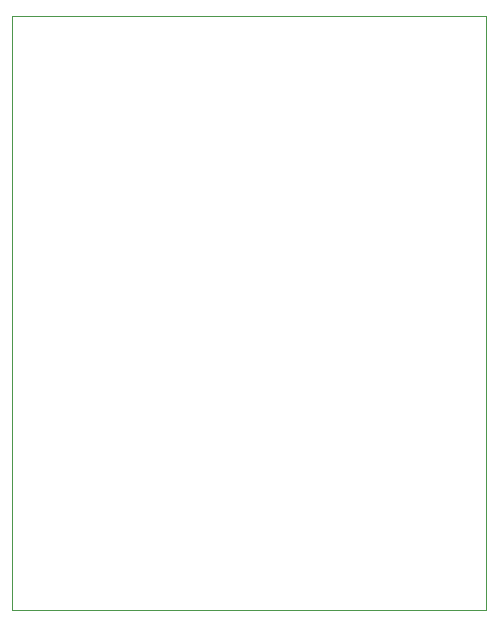
<source format=gbr>
G04 #@! TF.FileFunction,Profile,NP*
%FSLAX46Y46*%
G04 Gerber Fmt 4.6, Leading zero omitted, Abs format (unit mm)*
G04 Created by KiCad (PCBNEW 4.0.1-stable) date 16. 2. 2016 14:22:53*
%MOMM*%
G01*
G04 APERTURE LIST*
%ADD10C,0.300000*%
%ADD11C,0.100000*%
G04 APERTURE END LIST*
D10*
D11*
X254000Y50546000D02*
X254000Y254000D01*
X40386000Y50546000D02*
X254000Y50546000D01*
X40386000Y254000D02*
X40386000Y50546000D01*
X254000Y254000D02*
X40386000Y254000D01*
M02*

</source>
